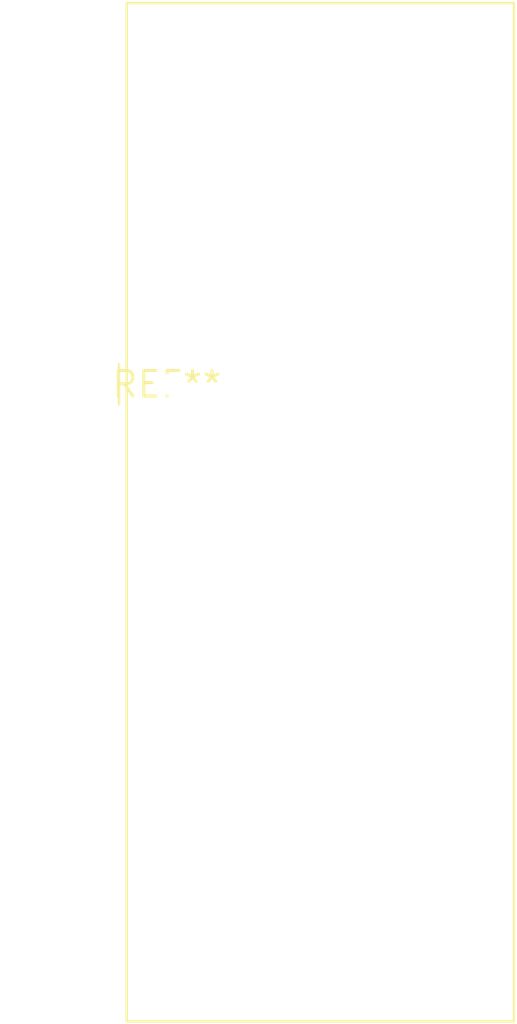
<source format=kicad_pcb>
(kicad_pcb (version 20240108) (generator pcbnew)
  (layers (0 "F.Cu" signal) (31 "B.Cu" signal) (34 "B.Paste" user) (35 "F.Paste" user) (36 "B.SilkS" user "B.Silkscreen") (37 "F.SilkS" user "F.Silkscreen") (38 "B.Mask" user) (39 "F.Mask" user) (44 "Edge.Cuts" user))
  (net 0 "")
  (footprint "CA56-12SURKWA" (layer "F.Cu") (at 0 0)
    (property "Reference" "REF**")
    (property "Value" "CA56-12SURKWA")
    (fp_line (start -2.38 -1) (end -2.38 1) (layer "F.SilkS") (stroke (width 0.12)))
    (fp_line (start -2 -18.92) (end -2 31.62) (layer "F.SilkS") (stroke (width 0.12)))
    (fp_line (start -2 -18.92) (end 17.24 -18.92) (layer "F.SilkS") (stroke (width 0.12)))
    (fp_line (start -2 31.62) (end 17.24 31.62) (layer "F.SilkS") (stroke (width 0.12)))
    (fp_line (start 17.24 31.62) (end 17.24 -18.92) (layer "F.SilkS") (stroke (width 0.12)))
    (pad "1" thru_hole rect (at 0 0) (size 1.5 1.5) (drill 1) (layers *.Cu *.Mask) (remove_unused_layers))
    (pad "2" thru_hole circle (at 0 2.54) (size 1.5 1.5) (drill 1) (layers *.Cu *.Mask) (remove_unused_layers))
    (pad "3" thru_hole circle (at 0 5.08) (size 1.5 1.5) (drill 1) (layers *.Cu *.Mask) (remove_unused_layers))
    (pad "4" thru_hole circle (at 0 7.62) (size 1.5 1.5) (drill 1) (layers *.Cu *.Mask) (remove_unused_layers))
    (pad "5" thru_hole circle (at 0 10.16) (size 1.5 1.5) (drill 1) (layers *.Cu *.Mask) (remove_unused_layers))
    (pad "6" thru_hole circle (at 0 12.7) (size 1.5 1.5) (drill 1) (layers *.Cu *.Mask) (remove_unused_layers))
    (pad "7" thru_hole circle (at 15.24 12.7) (size 1.5 1.5) (drill 1) (layers *.Cu *.Mask) (remove_unused_layers))
    (pad "8" thru_hole circle (at 15.24 10.16) (size 1.5 1.5) (drill 1) (layers *.Cu *.Mask) (remove_unused_layers))
    (pad "9" thru_hole circle (at 15.24 7.62) (size 1.5 1.5) (drill 1) (layers *.Cu *.Mask) (remove_unused_layers))
    (pad "10" thru_hole circle (at 15.24 5.08) (size 1.5 1.5) (drill 1) (layers *.Cu *.Mask) (remove_unused_layers))
    (pad "11" thru_hole circle (at 15.24 2.54) (size 1.5 1.5) (drill 1) (layers *.Cu *.Mask) (remove_unused_layers))
    (pad "12" thru_hole circle (at 15.24 0) (size 1.5 1.5) (drill 1) (layers *.Cu *.Mask) (remove_unused_layers))
  )
)
</source>
